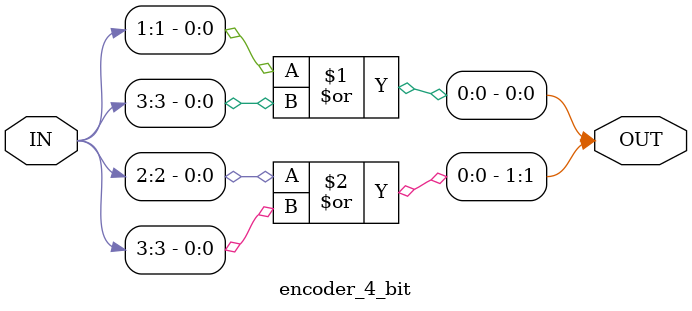
<source format=v>
`timescale 1ns/1ps

module TopLevel;
  reg [3:0] IN;
  wire [1:0] OUT;
  encoder_4_bit encoder(IN,OUT);

  initial begin
    IN = 4'b0001; #50
    $display("IN = %b, OUT = %b \n",IN,OUT);
    IN = 4'b0010; #50
    $display("IN = %b, OUT = %b \n",IN,OUT);
    IN = 4'b0100; #50
    $display("IN = %b, OUT = %b \n",IN,OUT);
    IN = 4'b1000; #50
    $display("IN = %b, OUT = %b \n",IN,OUT);
    $finish;
  end
endmodule

module encoder_4_bit(IN,OUT);
  input [3:0] IN;
  output [1:0] OUT; wire [1:0] OUT;
  
  assign OUT[0] = IN[1] | IN[3];
  assign OUT[1] = IN[2] | IN[3];
endmodule

</source>
